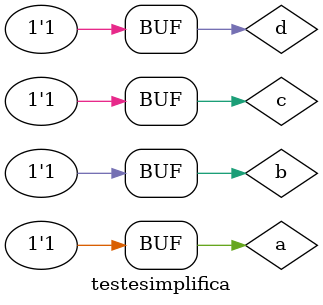
<source format=v>


module simplifica (s, a, b, c, d);
input a, b, c, d;
output s;

not NOT0 ( s1, a );
not NOT1 ( s2, b );
not NOT2 ( s3, c );
not NOT3 ( s4, d );
and AND0 ( s5, s1, s2, s4 );
and AND1 ( s6, s1, s3, s4 );
and AND2 ( s7, a, s2, s3 );
and AND3 ( s8, a, s3, d );
and AND4 ( s9, a, s2, d );
or  OR1  ( s, s5, s6, s7, s8, s9 );

endmodule // simplifica

//--teste

module testesimplifica;
reg a, b, c, d;
wire s;

simplifica S0 (s, a, b, c, d);

initial begin
      $display("Exercicio03_Guia08 - Marcos Felipe Martins Silva - 415719");
      $display("Test Quine-McCluskey");
      $display("\n a b c d  = s\n");
        
$monitor(" %b %b %b %b  = %b", a, b, c, d, s);
	  
       a=0; b=0; c=0; d=0;
#1     a=0; b=0; c=0; d=1;
#1     a=0; b=0; c=1; d=0;
#1     a=0; b=0; c=1; d=1;
#1     a=0; b=1; c=0; d=0;
#1     a=0; b=1; c=0; d=1;
#1     a=0; b=1; c=1; d=0;
#1     a=0; b=1; c=1; d=1;
#1     a=1; b=0; c=0; d=0;
#1     a=1; b=0; c=0; d=1;
#1     a=1; b=0; c=1; d=0;
#1     a=1; b=0; c=1; d=1;
#1     a=1; b=1; c=0; d=0;
#1     a=1; b=1; c=0; d=1;
#1     a=1; b=1; c=1; d=0;
#1     a=1; b=1; c=1; d=1;

			end

endmodule // testsimplificar

</source>
